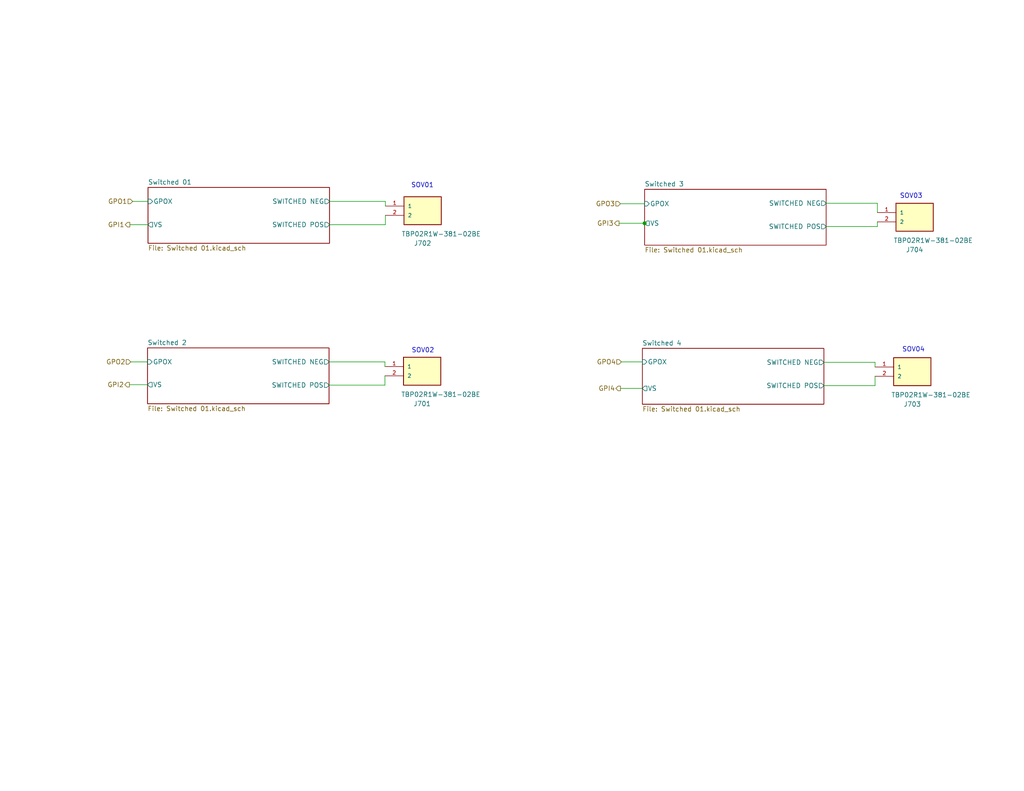
<source format=kicad_sch>
(kicad_sch (version 20211123) (generator eeschema)
  (paper "USLetter")
  (lib_symbols
    (symbol "PCB_Library:TBP02R1W-381-02BE" (pin_names (offset 1.016))
      (property "Reference" "J" (at -5.588 5.08 0))
      (property "Value" "TBP02R1W-381-02BE" (at -5.08 -5.08 0))
      (property "LCSC" "C507015" (at 0 0 0))
      (symbol "TBP02R1W-381-02BE_0_0"
        (rectangle (start -5.08 -2.54) (end 5.08 5.08) (stroke (width 0.254)) (fill (type background)))
        (pin passive line (at -10.16 2.54 0) (length 5.08) (name "1") (number "1"))
        (pin passive line (at -10.16 0 0) (length 5.08) (name "2") (number "2"))
      )
    )
    (symbol "TBP02R1W-381-02BE_1" (pin_names (offset 1.016))
      (property "Reference" "J" (at -5.588 5.08 0))
      (property "Value" "TBP02R1W-381-02BE_1" (at -5.08 -5.08 0))
      (property "LCSC" "C507015" (at 0 0 0))
      (symbol "TBP02R1W-381-02BE_1_0_0"
        (rectangle (start -5.08 -2.54) (end 5.08 5.08) (stroke (width 0.254)) (fill (type background)))
        (pin passive line (at -10.16 2.54 0) (length 5.08) (name "1") (number "1"))
        (pin passive line (at -10.16 0 0) (length 5.08) (name "2") (number "2"))
      )
    )
    (symbol "TBP02R1W-381-02BE_2" (pin_names (offset 1.016))
      (property "Reference" "J" (at -5.588 5.08 0))
      (property "Value" "TBP02R1W-381-02BE_2" (at -5.08 -5.08 0))
      (property "LCSC" "C507015" (at 0 0 0))
      (symbol "TBP02R1W-381-02BE_2_0_0"
        (rectangle (start -5.08 -2.54) (end 5.08 5.08) (stroke (width 0.254)) (fill (type background)))
        (pin passive line (at -10.16 2.54 0) (length 5.08) (name "1") (number "1"))
        (pin passive line (at -10.16 0 0) (length 5.08) (name "2") (number "2"))
      )
    )
    (symbol "TBP02R1W-381-02BE_3" (pin_names (offset 1.016))
      (property "Reference" "J" (at -5.588 5.08 0))
      (property "Value" "TBP02R1W-381-02BE_3" (at -5.08 -5.08 0))
      (property "LCSC" "C507015" (at 0 0 0))
      (symbol "TBP02R1W-381-02BE_3_0_0"
        (rectangle (start -5.08 -2.54) (end 5.08 5.08) (stroke (width 0.254)) (fill (type background)))
        (pin passive line (at -10.16 2.54 0) (length 5.08) (name "1") (number "1"))
        (pin passive line (at -10.16 0 0) (length 5.08) (name "2") (number "2"))
      )
    )
  )
  (junction (at 175.895 60.96))
  (wire (pts (xy 105.029 98.806) (xy 105.029 100.076)))
  (wire (pts (xy 239.395 58.039) (xy 239.395 55.499)))
  (wire (pts (xy 35.687 98.806) (xy 40.259 98.806)))
  (wire (pts (xy 105.029 105.156) (xy 105.029 102.616)))
  (wire (pts (xy 36.195 54.991) (xy 40.386 54.991)))
  (wire (pts (xy 89.916 54.991) (xy 105.156 54.991)))
  (wire (pts (xy 238.76 105.283) (xy 238.76 102.743)))
  (wire (pts (xy 89.789 98.806) (xy 105.029 98.806)))
  (wire (pts (xy 169.545 98.806) (xy 175.26 98.806)))
  (wire (pts (xy 175.895 60.96) (xy 176.022 60.96)))
  (wire (pts (xy 105.156 61.341) (xy 105.156 58.801)))
  (wire (pts (xy 89.789 105.156) (xy 105.029 105.156)))
  (wire (pts (xy 89.916 61.341) (xy 105.156 61.341)))
  (wire (pts (xy 35.433 61.341) (xy 40.386 61.341)))
  (wire (pts (xy 35.306 105.029) (xy 40.259 105.029)))
  (wire (pts (xy 169.291 55.626) (xy 175.895 55.626)))
  (wire (pts (xy 169.291 106.045) (xy 175.26 106.045)))
  (wire (pts (xy 105.156 54.991) (xy 105.156 56.261)))
  (wire (pts (xy 224.79 98.933) (xy 238.76 98.933)))
  (wire (pts (xy 225.425 61.849) (xy 239.395 61.849)))
  (wire (pts (xy 238.76 98.933) (xy 238.76 100.203)))
  (wire (pts (xy 224.79 105.283) (xy 238.76 105.283)))
  (wire (pts (xy 239.395 61.849) (xy 239.395 60.579)))
  (wire (pts (xy 168.91 60.96) (xy 175.895 60.96)))
  (wire (pts (xy 239.395 55.499) (xy 225.425 55.499)))
  (text "SOV02\n" (at 112.268 96.52 0) (effects (font (size 1.27 1.27)) (justify left bottom)))
  (text "SOV01" (at 112.141 51.435 0) (effects (font (size 1.27 1.27)) (justify left bottom)))
  (text "SOV04\n" (at 246.126 96.266 0) (effects (font (size 1.27 1.27)) (justify left bottom)))
  (text "SOV03\n" (at 245.491 54.356 0) (effects (font (size 1.27 1.27)) (justify left bottom)))
  (hierarchical_label "GPO2" (shape input) (at 35.687 98.806 180))
  (hierarchical_label "GPO1" (shape input) (at 36.195 54.991 180))
  (hierarchical_label "GPI3" (shape output) (at 168.91 60.96 180))
  (hierarchical_label "GPO4" (shape input) (at 169.545 98.806 180))
  (hierarchical_label "GPI2" (shape output) (at 35.306 105.029 180))
  (hierarchical_label "GPI4" (shape output) (at 169.291 106.045 180))
  (hierarchical_label "GPO3" (shape input) (at 169.291 55.626 180))
  (hierarchical_label "GPI1" (shape output) (at 35.433 61.341 180))
  (symbol (lib_name "TBP02R1W-381-02BE_1") (lib_id "PCB_Library:TBP02R1W-381-02BE") (at 115.189 102.616 0) (unit 1)
    (property "Reference" "J701" (at 115.189 110.236 0))
    (property "Value" "TBP02R1W-381-02BE" (at 120.269 107.696 0))
    (property "Footprint" "PCB_Library:15EDGVM-3.81-02P-14-00A(H)" (effects hide))
    (property "Datasheet" "https://datasheet.lcsc.com/lcsc/2004011035_DEGSON-15EDGVM-3-81-02P-14-00A-H_C507020.pdf" (effects hide))
    (property "STANDARD" "Manufacturer Recommendations" (effects hide))
    (property "MANUFACTURER" "CUI" (effects hide))
    (property "LCSC" "C507015" (effects hide))
  )
  (symbol (lib_name "TBP02R1W-381-02BE_2") (lib_id "PCB_Library:TBP02R1W-381-02BE") (at 115.316 58.801 0) (unit 1)
    (property "Reference" "J702" (at 115.316 66.421 0))
    (property "Value" "TBP02R1W-381-02BE" (at 120.396 63.881 0))
    (property "Footprint" "PCB_Library:15EDGVM-3.81-02P-14-00A(H)" (effects hide))
    (property "Datasheet" "https://datasheet.lcsc.com/lcsc/2004011035_DEGSON-15EDGVM-3-81-02P-14-00A-H_C507020.pdf" (effects hide))
    (property "STANDARD" "Manufacturer Recommendations" (effects hide))
    (property "MANUFACTURER" "CUI" (effects hide))
    (property "LCSC" "C507015" (effects hide))
  )
  (symbol (lib_name "TBP02R1W-381-02BE_3") (lib_id "PCB_Library:TBP02R1W-381-02BE") (at 248.92 102.743 0) (unit 1)
    (property "Reference" "J703" (at 248.92 110.363 0))
    (property "Value" "TBP02R1W-381-02BE" (at 254 107.823 0))
    (property "Footprint" "PCB_Library:15EDGVM-3.81-02P-14-00A(H)" (effects hide))
    (property "Datasheet" "https://datasheet.lcsc.com/lcsc/2004011035_DEGSON-15EDGVM-3-81-02P-14-00A-H_C507020.pdf" (effects hide))
    (property "STANDARD" "Manufacturer Recommendations" (effects hide))
    (property "MANUFACTURER" "CUI" (effects hide))
    (property "LCSC" "C507015" (effects hide))
  )
  (symbol (lib_id "PCB_Library:TBP02R1W-381-02BE") (at 249.555 60.579 0) (unit 1)
    (property "Reference" "J704" (at 249.555 68.199 0))
    (property "Value" "TBP02R1W-381-02BE" (at 254.635 65.659 0))
    (property "Footprint" "PCB_Library:15EDGVM-3.81-02P-14-00A(H)" (effects hide))
    (property "Datasheet" "https://datasheet.lcsc.com/lcsc/2004011035_DEGSON-15EDGVM-3-81-02P-14-00A-H_C507020.pdf" (effects hide))
    (property "STANDARD" "Manufacturer Recommendations" (effects hide))
    (property "MANUFACTURER" "CUI" (effects hide))
    (property "LCSC" "C507015" (effects hide))
  )
  (sheet (at 40.259 94.996) (size 49.53 15.24) (stroke (width 0.1524))
    (property "Sheet name" "Switched 2" (at 40.259 94.2844 0) (effects (justify left bottom)))
    (property "Sheet file" "Switched 01.kicad_sch" (at 40.259 110.8206 0) (effects (justify left top)))
    (pin "SWITCHED NEG" output (at 89.789 98.806 0))
    (pin "SWITCHED POS" output (at 89.789 105.156 0))
    (pin "VS" output (at 40.259 105.029 180))
    (pin "GPOX" input (at 40.259 98.806 180))
  )
  (sheet (at 175.895 51.689) (size 49.53 15.24) (stroke (width 0.1524))
    (property "Sheet name" "Switched 3" (at 175.895 50.9774 0) (effects (justify left bottom)))
    (property "Sheet file" "Switched 01.kicad_sch" (at 175.895 67.5136 0) (effects (justify left top)))
    (pin "SWITCHED NEG" output (at 225.425 55.499 0))
    (pin "SWITCHED POS" output (at 225.425 61.849 0))
    (pin "VS" output (at 175.895 60.96 180))
    (pin "GPOX" input (at 175.895 55.626 180))
  )
  (sheet (at 40.386 51.181) (size 49.53 15.24) (stroke (width 0.1524))
    (property "Sheet name" "Switched 01" (at 40.386 50.4694 0) (effects (justify left bottom)))
    (property "Sheet file" "Switched 01.kicad_sch" (at 40.386 67.0056 0) (effects (justify left top)))
    (pin "SWITCHED NEG" output (at 89.916 54.991 0))
    (pin "SWITCHED POS" output (at 89.916 61.341 0))
    (pin "VS" output (at 40.386 61.341 180))
    (pin "GPOX" input (at 40.386 54.991 180))
  )
  (sheet (at 175.26 95.123) (size 49.53 15.24) (stroke (width 0.1524))
    (property "Sheet name" "Switched 4" (at 175.26 94.4114 0) (effects (justify left bottom)))
    (property "Sheet file" "Switched 01.kicad_sch" (at 175.26 110.9476 0) (effects (justify left top)))
    (pin "SWITCHED NEG" output (at 224.79 98.933 0))
    (pin "SWITCHED POS" output (at 224.79 105.283 0))
    (pin "VS" output (at 175.26 106.045 180))
    (pin "GPOX" input (at 175.26 98.806 180))
  )
)
</source>
